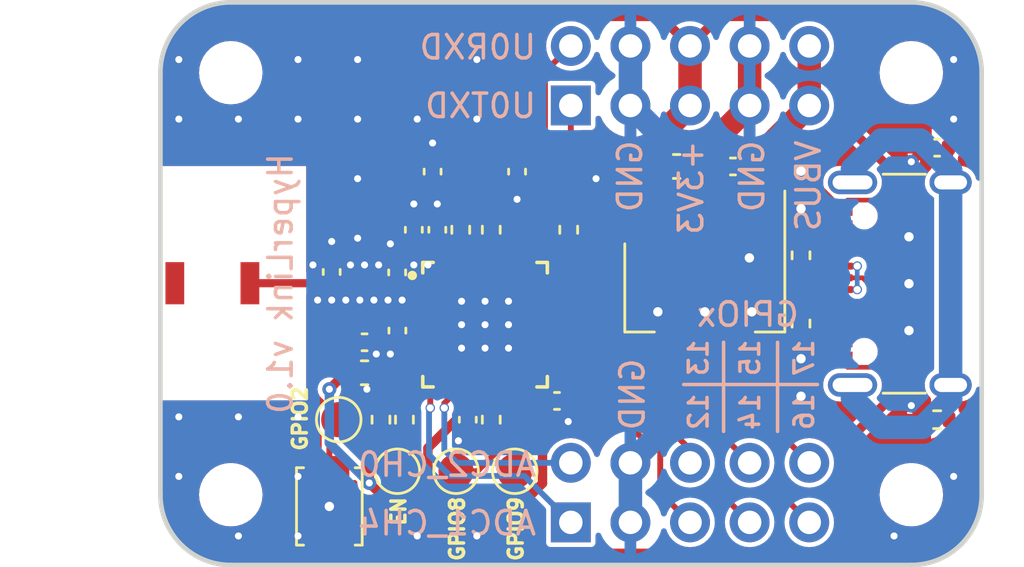
<source format=kicad_pcb>
(kicad_pcb (version 20221018) (generator pcbnew)
  (layers (0 "F.Cu" signal) (31 "B.Cu" signal) (34 "B.Paste" user) (35 "F.Paste" user) (36 "B.SilkS" user "B.Silkscreen") (37 "F.SilkS" user "F.Silkscreen") (38 "B.Mask" user) (39 "F.Mask" user) (44 "Edge.Cuts" user))
  (net 0 "")
  (net 1 "+3V3")
  (net 4 "VBUS")
  (net 5 "GND")
  (net 11 "/USB_D-")
  (net 12 "/USB_D+")
  (net 14 "/GPIO9")
  (net 15 "/GPIO2")
  (net 17 "/EN")
  (net 18 "/RF")
  (net 19 "/ANT")
  (net 20 "/SHIELD")
  (net 21 "/GPIO8")
  (net 22 "/XTAL_P")
  (net 23 "/XTAL_N")
  (net 24 "/XTAL_P_RES")
  (net 25 "/VDD3P3")
  (net 26 "/U0RXD")
  (net 27 "/U0TXD")
  (net 28 "/GPIO12")
  (net 29 "/GPIO13")
  (net 30 "/GPIO14")
  (net 31 "/GPIO15")
  (net 32 "/GPIO16")
  (net 33 "/GPIO17")
  (net 34 "/ADC1_CH4")
  (net 35 "/ADC2_CH0")
  (net 36 "/U0TXD_RES")
  (net 37 "/CC1")
  (net 38 "/CC2")
  (footprint "Resistor_SMD:R_0402_1005Metric" (layer "F.Cu") (at 146.3 80.790001 -90)
    (fp_text reference "R7" hide)
    (fp_text value "5k1" hide)
  )
  (footprint "TestPoint:TestPoint_Pad_D1.5mm" (layer "F.Cu") (at 126.6 87.8)
    (fp_text reference "TP4" hide)
    (fp_text value "GPIO2" hide)
  )
  (footprint "MountingHole:MountingHole_2.2mm_M2" (layer "F.Cu") (at 122 73)
    (fp_text reference "H3" hide)
    (fp_text value "MountingHole" hide)
  )
  (footprint "Resistor_SMD:R_0402_1005Metric" (layer "F.Cu") (at 129.4 87.8 90)
    (fp_text reference "R4" hide)
    (fp_text value "10k" hide)
  )
  (footprint "Capacitor_SMD:C_0402_1005Metric" (layer "F.Cu") (at 135.9 87)
    (fp_text reference "C2" hide)
    (fp_text value "100n" hide)
  )
  (footprint "MountingHole:MountingHole_2.2mm_M2" (layer "F.Cu") (at 151 73)
    (fp_text reference "H2" hide)
    (fp_text value "MountingHole" hide)
  )
  (footprint "Resistor_SMD:R_0402_1005Metric" (layer "F.Cu") (at 146.3 83.7 -90)
    (fp_text reference "R8" hide)
    (fp_text value "5k1" hide)
  )
  (footprint "Capacitor_SMD:C_0402_1005Metric" (layer "F.Cu") (at 130.6 77.22 90)
    (fp_text reference "C5" hide)
    (fp_text value "12pF" hide)
  )
  (footprint "TestPoint:TestPoint_Pad_D1.5mm" (layer "F.Cu") (at 134.1 90)
    (fp_text reference "TP2" hide)
    (fp_text value "GPIO9" hide)
  )
  (footprint "Capacitor_SMD:C_0603_1608Metric" (layer "F.Cu") (at 127.7 85.8)
    (fp_text reference "C18" hide)
    (fp_text value "10u" hide)
  )
  (footprint "Capacitor_SMD:C_0402_1005Metric" (layer "F.Cu") (at 126.3 81.5 90)
    (fp_text reference "C14" hide)
    (fp_text value "C" hide)
  )
  (footprint "Capacitor_SMD:C_0402_1005Metric" (layer "F.Cu") (at 130.8 79.7 90)
    (fp_text reference "C4" hide)
    (fp_text value "1u" hide)
  )
  (footprint "Capacitor_SMD:C_0402_1005Metric" (layer "F.Cu") (at 129.09 81.52 90)
    (fp_text reference "C1" hide)
    (fp_text value "C" hide)
  )
  (footprint "Inductor_SMD:L_0402_1005Metric" (layer "F.Cu") (at 127.7 81.95)
    (fp_text reference "L1" hide)
    (fp_text value "L" hide)
  )
  (footprint "Resistor_SMD:R_0402_1005Metric" (layer "F.Cu") (at 136.4 79.7 -90)
    (fp_text reference "R9" hide)
    (fp_text value "1k5" hide)
  )
  (footprint "Capacitor_SMD:C_0402_1005Metric" (layer "F.Cu") (at 134.2 77.22 -90)
    (fp_text reference "C6" hide)
    (fp_text value "12pF" hide)
  )
  (footprint "Inductor_SMD:L_0402_1005Metric" (layer "F.Cu") (at 127.7 83.5)
    (fp_text reference "L2" hide)
    (fp_text value "2n" hide)
  )
  (footprint "TestPoint:TestPoint_Pad_D1.5mm" (layer "F.Cu") (at 131.6 90)
    (fp_text reference "TP3" hide)
    (fp_text value "GPIO8" hide)
  )
  (footprint "Connector_USB:USB_C_Receptacle_GCT_USB4105-xx-A_16P_TopMnt_Horizontal" (layer "F.Cu") (at 151.6 82 90)
    (fp_text reference "J1" hide)
    (fp_text value "USB_C_Receptacle_USB2.0" hide)
  )
  (footprint "Capacitor_SMD:C_0402_1005Metric" (layer "F.Cu") (at 129.1 84 -90)
    (fp_text reference "C15" hide)
    (fp_text value "100n" hide)
  )
  (footprint "Capacitor_SMD:C_0402_1005Metric" (layer "F.Cu") (at 152.1 76.2 180)
    (fp_text reference "C11" hide)
    (fp_text value "C" hide)
  )
  (footprint "MountingHole:MountingHole_2.2mm_M2" (layer "F.Cu") (at 151 91)
    (fp_text reference "H1" hide)
    (fp_text value "MountingHole" hide)
  )
  (footprint "Connector_PinHeader_2.54mm:PinHeader_2x05_P2.54mm_Vertical" (layer "F.Cu") (at 136.49 92.18 90)
    (fp_text reference "J2" hide)
    (fp_text value "Conn_02x05_Odd_Even" hide)
  )
  (footprint "Connector_PinHeader_2.54mm:PinHeader_2x05_P2.54mm_Vertical" (layer "F.Cu") (at 136.49 74.4 90)
    (fp_text reference "J3" hide)
    (fp_text value "Conn_02x05_Odd_Even" hide)
  )
  (footprint "Capacitor_SMD:C_0402_1005Metric" (layer "F.Cu") (at 129.8 79.7 90)
    (fp_text reference "C3" hide)
    (fp_text value "10n" hide)
  )
  (footprint "Resistor_SMD:R_0402_1005Metric" (layer "F.Cu") (at 133.1 87.8 90)
    (fp_text reference "R2" hide)
    (fp_text value "10k" hide)
  )
  (footprint "Capacitor_SMD:C_0402_1005Metric" (layer "F.Cu") (at 143.4 77 180)
    (fp_text reference "C12" hide)
    (fp_text value "100n" hide)
  )
  (footprint "Resistor_SMD:R_0402_1005Metric" (layer "F.Cu") (at 128.4 87.8 90)
    (fp_text reference "R3" hide)
    (fp_text value "10k" hide)
  )
  (footprint "Resistor_SMD:R_0402_1005Metric" (layer "F.Cu") (at 131.8 79.7 -90)
    (fp_text reference "R6" hide)
    (fp_text value "0R" hide)
  )
  (footprint "encyclopedia_galactica:ABM11W-30.0000MHZ-7-D1X-T3" (layer "F.Cu") (at 132.400001 77.4 180)
    (fp_text reference "Y1" hide)
    (fp_text value "ABM11W-40.0000MHZ-8-B1U-T3" hide)
  )
  (footprint "Package_TO_SOT_SMD:SOT-223-3_TabPin2" (layer "F.Cu") (at 142.2 82.15 -90)
    (fp_text reference "U2" hide)
    (fp_text value "LM2937xMP" hide)
  )
  (footprint "Capacitor_SMD:C_0402_1005Metric" (layer "F.Cu") (at 132.1 87.8 -90)
    (fp_text reference "C17" hide)
    (fp_text value "100n" hide)
  )
  (footprint "MountingHole:MountingHole_2.2mm_M2" (layer "F.Cu") (at 122 91)
    (fp_text reference "H4" hide)
    (fp_text value "MountingHole" hide)
  )
  (footprint "encyclopedia_galactica:QFN32_5X5_EXP" (layer "F.Cu") (at 132.834851 83.7487)
    (fp_text reference "U1" hide)
    (fp_text value "ESP32-C3" hide)
  )
  (footprint "Capacitor_SMD:C_0402_1005Metric" (layer "F.Cu") (at 127.7 84.5)
    (fp_text reference "C16" hide)
    (fp_text value "100n" hide)
  )
  (footprint "TestPoint:TestPoint_Pad_D1.5mm" (layer "F.Cu") (at 129.1 90)
    (fp_text reference "TP1" hide)
    (fp_text value "EN" hide)
  )
  (footprint "Capacitor_SMD:C_0603_1608Metric" (layer "F.Cu") (at 141 77)
    (fp_text reference "C13" hide)
    (fp_text value "10u" hide)
  )
  (footprint "Button_Switch_SMD:SW_SPST_B3U-1000P" (layer "F.Cu") (at 126.2 91.5 90)
    (fp_text reference "SW1" hide)
    (fp_text value "SW_Push" hide)
  )
  (footprint "Resistor_SMD:R_0402_1005Metric" (layer "F.Cu") (at 152.1 87.8 180)
    (fp_text reference "R1" hide)
    (fp_text value "R" hide)
  )
  (footprint "encyclopedia_galactica:2108838-1" (layer "F.Cu") (at 118.715 81.98)
    (fp_text reference "AE1" hide)
    (fp_text value "2108838-1" hide)
  )
  (footprint "Resistor_SMD:R_0402_1005Metric" (layer "F.Cu") (at 133.1 79.7 -90)
    (fp_text reference "R5" hide)
    (fp_text value "500R" hide)
  )
  (gr_line (start 143 84.5) (end 143 88.3) (stroke (width 0.15)) (layer "B.SilkS"))
  (gr_line (start 145.3 84.5) (end 145.3 88.3) (stroke (width 0.15)) (layer "B.SilkS"))
  (gr_line (start 141.3 86.3) (end 147 86.3) (stroke (width 0.15)) (layer "B.SilkS"))
  (gr_line locked (start 122.000001 94) (end 151 94) (stroke (width 0.2)) (layer "Edge.Cuts"))
  (gr_arc locked (start 154.000002 91.000001) (mid 153.121322 93.121321) (end 151.000002 94.000001) (stroke (width 0.2)) (layer "Edge.Cuts"))
  (gr_line locked (start 119.000001 72.999999) (end 119 91) (stroke (width 0.2)) (layer "Edge.Cuts"))
  (gr_arc locked (start 151.000002 69.999999) (mid 153.121321 70.878679) (end 154.000002 72.999999) (stroke (width 0.2)) (layer "Edge.Cuts"))
  (gr_arc locked (start 122 94.000001) (mid 119.878673 93.121322) (end 119 91.000001) (stroke (width 0.2)) (layer "Edge.Cuts"))
  (gr_line locked (start 154.000003 73) (end 154.000002 91.000001) (stroke (width 0.2)) (layer "Edge.Cuts"))
  (gr_arc locked (start 119.000001 73) (mid 119.878674 70.878667) (end 122.000001 70) (stroke (width 0.2)) (layer "Edge.Cuts"))
  (gr_line locked (start 122.000001 70) (end 151 70) (stroke (width 0.2)) (layer "Edge.Cuts"))
  (gr_text "ADC1_CH4" (at 135.1 92.8) (layer "B.SilkS") (effects (font (size 1 1)) (justify left bottom mirror)))
  (gr_text "GND" (at 139.6 75.8 90) (layer "B.SilkS") (effects (font (size 1 1)) (justify left bottom mirror)))
  (gr_text "12" (at 142.4 86.6 90) (layer "B.SilkS") (effects (font (size 0.8 0.8)) (justify left bottom mirror)))
  (gr_text "GPIOx" (at 146.3 83.9) (layer "B.SilkS") (effects (font (size 1 1)) (justify left bottom mirror)))
  (gr_text "HyperLink v1.0" (at 124.7 76.35 90) (layer "B.SilkS") (effects (font (size 1 1)) (justify left bottom mirror)))
  (gr_text "17" (at 146.9 84.3 90) (layer "B.SilkS") (effects (font (size 0.8 0.8)) (justify left bottom mirror)))
  (gr_text "15" (at 144.6 84.3 90) (layer "B.SilkS") (effects (font (size 0.8 0.8)) (justify left bottom mirror)))
  (gr_text "13" (at 142.4 84.3 90) (layer "B.SilkS") (effects (font (size 0.8 0.8)) (justify left bottom mirror)))
  (gr_text "U0TXD" (at 135.1 75) (layer "B.SilkS") (effects (font (size 1 1)) (justify left bottom mirror)))
  (gr_text "16" (at 146.9 86.6 90) (layer "B.SilkS") (effects (font (size 0.8 0.8)) (justify left bottom mirror)))
  (gr_text "VBUS" (at 147.2 75.8 90) (layer "B.SilkS") (effects (font (size 1 1)) (justify left bottom mirror)))
  (gr_text "+3V3" (at 142.2 75.8 90) (layer "B.SilkS") (effects (font (size 1 1)) (justify left bottom mirror)))
  (gr_text "ADC2_CH0" (at 135.1 90.3) (layer "B.SilkS") (effects (font (size 1 1)) (justify left bottom mirror)))
  (gr_text "U0RXD" (at 135.1 72.5) (layer "B.SilkS") (effects (font (size 1 1)) (justify left bottom mirror)))
  (gr_text "GND" (at 139.7 85.1 90) (layer "B.SilkS") (effects (font (size 1 1)) (justify left bottom mirror)))
  (gr_text "14" (at 144.6 86.6 90) (layer "B.SilkS") (effects (font (size 0.8 0.8)) (justify left bottom mirror)))
  (gr_text "GND" (at 144.8 75.8 90) (layer "B.SilkS") (effects (font (size 1 1)) (justify left bottom mirror)))
  (gr_text "GPIO9" (at 134.5 93.9 90) (layer "F.SilkS") (effects (font (size 0.6 0.6)) (justify left bottom)))
  (gr_text "GPIO2" (at 125.3 89.2 90) (layer "F.SilkS") (effects (font (size 0.6 0.6)) (justify left bottom)))
  (gr_text "GPIO8" (at 132 93.9 90) (layer "F.SilkS") (effects (font (size 0.6 0.6)) (justify left bottom)))
  (gr_text "EN" (at 129.5 92.4 90) (layer "F.SilkS") (effects (font (size 0.6 0.6)) (justify left bottom)))
  (segment (start 132.11 87.32) (end 132.1 87.32) (width 0.4) (layer "F.Cu") (net 1))
  (segment (start 142.83 70.6) (end 147.325 70.6) (width 0.4) (layer "F.Cu") (net 1))
  (segment (start 132.08485 86.1974) (end 132.08485 87.30485) (width 0.4) (layer "F.Cu") (net 1))
  (segment (start 135.283551 90.516449) (end 133.878 91.922) (width 0.4) (layer "F.Cu") (net 1))
  (segment (start 126.9 85.8) (end 126.925 85.8) (width 0.4) (layer "F.Cu") (net 1))
  (segment (start 141.57 74.4) (end 139.9 76.07) (width 1) (layer "F.Cu") (net 1))
  (segment (start 130.4 89.009562) (end 130.4 91.2) (width 0.4) (layer "F.Cu") (net 1))
  (segment (start 130.8 80.515149) (end 130.8 80.18) (width 0.4) (layer "F.Cu") (net 1))
  (segment (start 126.2 86.5) (end 126.9 85.8) (width 0.4) (layer "F.Cu") (net 1))
  (segment (start 127.22 84.5) (end 127.22 85.505) (width 0.4) (layer "F.Cu") (net 1))
  (segment (start 132.2 70.6) (end 128.963 73.837) (width 0.4) (layer "F.Cu") (net 1))
  (segment (start 141.57 74.4) (end 141.57 71.86) (width 1) (layer "F.Cu") (net 1))
  (segment (start 139.9 76.07) (end 139.9 79) (width 1) (layer "F.Cu") (net 1))
  (segment (start 141.57 71.86) (end 140.31 70.6) (width 0.4) (layer "F.Cu") (net 1))
  (segment (start 139.1 79.8) (end 139.9 79) (width 0.4) (layer "F.Cu") (net 1))
  (segment (start 136.59 79.19) (end 137.2 79.8) (width 0.4) (layer "F.Cu") (net 1))
  (segment (start 127.22 85.505) (end 126.925 85.8) (width 0.4) (layer "F.Cu") (net 1))
  (segment (start 147.325 70.6) (end 148.2 71.475) (width 0.4) (layer "F.Cu") (net 1))
  (segment (start 136.4 79.19) (end 136.59 79.19) (width 0.4) (layer "F.Cu") (net 1))
  (segment (start 148.2 92.5) (end 147.2 93.5) (width 0.4) (layer "F.Cu") (net 1))
  (segment (start 135.283551 85.498699) (end 135.283551 90.516449) (width 0.4) (layer "F.Cu") (net 1))
  (segment (start 148.2 71.475) (end 148.2 75.2) (width 0.4) (layer "F.Cu") (net 1))
  (segment (start 131.084852 81.3) (end 131.1 81.3) (width 0.4) (layer "F.Cu") (net 1))
  (segment (start 127.9 90.5) (end 127.9 88.81) (width 0.4) (layer "F.Cu") (net 1))
  (segment (start 147.2 93.5) (end 135.456 93.5) (width 0.4) (layer "F.Cu") (net 1))
  (segment (start 127.9 90.5) (end 128.6 91.2) (width 0.4) (layer "F.Cu") (net 1))
  (segment (start 133.878 91.922) (end 133.156 91.2) (width 0.4) (layer "F.Cu") (net 1))
  (segment (start 141.57 71.86) (end 142.83 70.6) (width 0.4) (layer "F.Cu") (net 1))
  (segment (start 151.7 78.7) (end 151.7 85.3) (width 0.4) (layer "F.Cu") (net 1))
  (segment (start 128.963 73.837) (end 128.963 79.614471) (width 0.4) (layer "F.Cu") (net 1))
  (segment (start 131.1 81.3) (end 131.342425 81.057575) (width 0.4) (layer "F.Cu") (net 1))
  (segment (start 151.7 85.3) (end 148.2 88.8) (width 0.4) (layer "F.Cu") (net 1))
  (segment (start 128.6 91.2) (end 130.4 91.2) (width 0.4) (layer "F.Cu") (net 1))
  (segment (start 131.342425 81.057575) (end 130.8 80.515149) (width 0.4) (layer "F.Cu") (net 1))
  (segment (start 133.156 91.2) (end 130.4 91.2) (width 0.4) (layer "F.Cu") (net 1))
  (segment (start 130.8 80.18) (end 129.8 80.18) (width 0.4) (layer "F.Cu") (net 1))
  (segment (start 129.4 88.31) (end 128.4 88.31) (width 0.4) (layer "F.Cu") (net 1))
  (segment (start 127.215 84.495) (end 127.22 84.5) (width 0.4) (layer "F.Cu") (net 1))
  (segment (start 133.1 88.31) (end 132.11 87.32) (width 0.4) (layer "F.Cu") (net 1))
  (segment (start 132.1 87.32) (end 132.089562 87.32) (width 0.4) (layer "F.Cu") (net 1))
  (segment (start 129.528529 80.18) (end 129.8 80.18) (width 0.4) (layer "F.Cu") (net 1))
  (segment (start 140.31 70.6) (end 132.2 70.6) (width 0.4) (layer "F.Cu") (net 1))
  (segment (start 135.456 93.5) (end 133.878 91.922) (width 0.4) (layer "F.Cu") (net 1))
  (segment (start 128.963 79.614471) (end 129.528529 80.18) (width 0.4) (layer "F.Cu") (net 1))
  (segment (start 127.9 88.81) (end 128.4 88.31) (width 0.4) (layer "F.Cu") (net 1))
  (segment (start 148.2 75.2) (end 151.7 78.7) (width 0.4) (layer "F.Cu") (net 1))
  (segment (start 148.2 88.8) (end 148.2 92.5) (width 0.4) (layer "F.Cu") (net 1))
  (segment (start 127.215 83.5) (end 127.215 84.495) (width 0.4) (layer "F.Cu") (net 1))
  (segment (start 131.584851 81.3) (end 131.342425 81.057575) (width 0.4) (layer "F.Cu") (net 1))
  (segment (start 132.089562 87.32) (end 130.4 89.009562) (width 0.4) (layer "F.Cu") (net 1))
  (segment (start 137.2 79.8) (end 139.1 79.8) (width 0.4) (layer "F.Cu") (net 1))
  (segment (start 132.08485 87.30485) (end 132.1 87.32) (width 0.4) (layer "F.Cu") (net 1))
  (via (at 126.2 86.5) (size 0.6) (drill 0.3) (layers "F.Cu" "B.Cu") (net 1))
  (via (at 127.9 90.5) (size 0.6) (drill 0.3) (layers "F.Cu" "B.Cu") (net 1))
  (segment (start 127.9 90.5) (end 126.2 88.8) (width 0.4) (layer "B.Cu") (net 1))
  (segment (start 126.2 88.8) (end 126.2 86.5) (width 0.4) (layer "B.Cu") (net 1))
  (segment (start 147.92 84.4) (end 148.42434 84.4) (width 0.35) (layer "F.Cu") (net 4))
  (segment (start 149.597 80.77266) (end 148.42434 79.6) (width 0.35) (layer "F.Cu") (net 4))
  (segment (start 147.92 79.6) (end 145.1 79.6) (width 0.35) (layer "F.Cu") (net 4))
  (segment (start 148.42434 84.4) (end 149.597 83.22734) (width 0.35) (layer "F.Cu") (net 4))
  (segment (start 146.65 74.4) (end 144.5 76.55) (width 1) (layer "F.Cu") (net 4))
  (segment (start 149.597 83.22734) (end 149.597 80.77266) (width 0.35) (layer "F.Cu") (net 4))
  (segment (start 148.42434 79.6) (end 147.92 79.6) (width 0.35) (layer "F.Cu") (net 4))
  (segment (start 146.65 71.86) (end 146.65 74.4) (width 1) (layer "F.Cu") (net 4))
  (segment (start 144.5 76.55) (end 144.5 79) (width 1) (layer "F.Cu") (net 4))
  (segment (start 145.1 79.6) (end 144.5 79) (width 0.35) (layer "F.Cu") (net 4))
  (segment (start 149.334999 85.565) (end 150.9 83.999999) (width 0.2) (layer "F.Cu") (net 5))
  (segment (start 142.2 79) (end 142.2 79.704) (width 1) (layer "F.Cu") (net 5))
  (segment (start 148.285 78.435) (end 149.335001 78.435) (width 0.2) (layer "F.Cu") (net 5))
  (segment (start 130.8 79.22) (end 130.8 78.6) (width 0.4) (layer "F.Cu") (net 5))
  (segment (start 131.7 88.7) (end 132.1 88.3) (width 0.4) (layer "F.Cu") (net 5))
  (segment (start 147.92 78.8) (end 148.285 78.435) (width 0.2) (layer "F.Cu") (net 5))
  (segment (start 141.775 77) (end 142.92 77) (width 0.4) (layer "F.Cu") (net 5))
  (segment (start 128.2 84.52) (end 128.18 84.5) (width 0.4) (layer "F.Cu") (net 5))
  (segment (start 144.11 74.4) (end 144.11 71.86) (width 1) (layer "F.Cu") (net 5))
  (segment (start 131.590001 76.74) (end 131.763001 76.913) (width 0.2) (layer "F.Cu") (net 5))
  (segment (start 144.1 80.9) (end 145.899999 80.9) (width 0.4) (layer "F.Cu") (net 5))
  (segment (start 146.3 85.2) (end 147.92 85.2) (width 0.35) (layer "F.Cu") (net 5))
  (segment (start 146.3 85.2) (end 146.3 84.21) (width 0.4) (layer "F.Cu") (net 5))
  (segment (start 144.11 74.4) (end 142.2 76.31) (width 1) (layer "F.Cu") (net 5))
  (segment (start 130.6 76.74) (end 131.590001 76.74) (width 0.2) (layer "F.Cu") (net 5))
  (segment (start 128.8 80.75) (end 129.09 81.04) (width 0.4) (layer "F.Cu") (net 5))
  (segment (start 129.8 79.22) (end 129.8 78.6) (width 0.4) (layer "F.Cu") (net 5))
  (segment (start 147.92 85.2) (end 148.285 85.565) (width 0.2) (layer "F.Cu") (net 5))
  (segment (start 148.285 85.565) (end 149.334999 85.565) (width 0.2) (layer "F.Cu") (net 5))
  (segment (start 126.2 93.2) (end 126.2 91.5) (width 0.4) (layer "F.Cu") (net 5))
  (segment (start 128.2 85) (end 128.2 84.52) (width 0.4) (layer "F.Cu") (net 5))
  (segment (start 146.3 78.8) (end 147.92 78.8) (width 0.4) (layer "F.Cu") (net 5))
  (segment (start 147.92 85.2) (end 147.645 85.2) (width 0.4) (layer "F.Cu") (net 5))
  (segment (start 133.224001 77.7) (end 133.037001 77.887) (width 0.2) (layer "F.Cu") (net 5))
  (segment (start 146.3 86.545) (end 146.3 86.8) (width 0.4) (layer "F.Cu") (net 5))
  (segment (start 128.475 85.825) (end 128.475 85.8) (width 0.4) (layer "F.Cu") (net 5))
  (segment (start 134.2 78.4) (end 134.2 77.7) (width 0.4) (layer "F.Cu") (net 5))
  (segment (start 142.2 79.704) (end 143.396 80.9) (width 1) (layer "F.Cu") (net 5))
  (segment (start 147.645 85.2) (end 146.3 86.545) (width 0.4) (layer "F.Cu") (net 5))
  (segment (start 142.2 85.3) (end 142.2 83.2) (width 0.4) (layer "F.Cu") (net 5))
  (segment (start 126.3 80.2) (end 126.3 81.02) (width 0.4) (layer "F.Cu") (net 5))
  (segment (start 136.38 87.88) (end 136.38 87) (width 0.4) (layer "F.Cu") (net 5))
  (segment (start 147.895445 78.8) (end 146.3 77.204555) (width 0.4) (layer "F.Cu") (net 5))
  (segment (start 142.2 76.31) (end 142.2 79) (width 1) (layer "F.Cu") (net 5))
  (segment (start 151.59 87.8) (end 151.59 87.79) (width 0.4) (layer "F.Cu") (net 5))
  (segment (start 130.6 76) (end 130.6 76.7) (width 0.4) (layer "F.Cu") (net 5))
  (segment (start 145.899999 80.9) (end 146.3 81.300001) (width 0.4) (layer "F.Cu") (net 5))
  (segment (start 143.396 80.9) (end 144.1 80.9) (width 1) (layer "F.Cu") (net 5))
  (segment (start 146.3 77.204555) (end 146.3 77.2) (width 0.4) (layer "F.Cu") (net 5))
  (segment (start 127.8 86.5) (end 128.475 85.825) (width 0.4) (layer "F.Cu") (net 5))
  (segment (start 134.2 77.7) (end 133.224001 77.7) (width 0.2) (layer "F.Cu") (net 5))
  (segment (start 151.59 87.79) (end 151 87.2) (width 0.4) (layer "F.Cu") (net 5))
  (segment (start 151.6 76.2) (end 151 76.8) (width 0.4) (layer "F.Cu") (net 5))
  (segment (start 151.62 76.2) (end 151.6 76.2) (width 0.4) (layer "F.Cu") (net 5))
  (segment (start 149.335001 78.435) (end 150.9 79.999999) (width 0.2) (layer "F.Cu") (net 5))
  (segment (start 128.8 80.3) (end 128.8 80.75) (width 0.4) (layer "F.Cu") (net 5))
  (segment (start 128.799503 85) (end 128.799503 84.780497) (width 0.4) (layer "F.Cu") (net 5))
  (segment (start 147.92 78.8) (end 147.895445 78.8) (width 0.4) (layer "F.Cu") (net 5))
  (segment (start 128.799503 84.780497) (end 129.1 84.48) (width 0.4) (layer "F.Cu") (net 5))
  (segment (start 132.1 88.3) (end 132.1 88.28) (width 0.4) (layer "F.Cu") (net 5))
  (via (at 144.1 80.9) (size 0.9) (drill 0.4) (layers "F.Cu" "B.Cu") (net 5))
  (via (at 124.865 90.219999) (size 0.4) (drill 0.3) (layers "F.Cu" "B.Cu") (net 5))
  (via (at 150.265 92.759999) (size 0.4) (drill 0.3) (layers "F.Cu" "B.Cu") (net 5))
  (via (at 130.4 81.2) (size 0.4) (drill 0.3) (layers "F.Cu" "B.Cu") (net 5))
  (via (at 128.8 80.3) (size 0.4) (drill 0.3) (layers "F.Cu" "B.Cu") (net 5))
  (via (at 126.9 82.7) (size 0.4) (drill 0.3) (layers "F.Cu" "B.Cu") (net 5))
  (via (at 124.865 74.979999) (size 0.4) (drill 0.3) (layers "F.Cu" "B.Cu") (net 5))
  (via (at 129.8 81.2) (size 0.4) (drill 0.3) (layers "F.Cu" "B.Cu") (net 5))
  (via (at 124.865 72.439999) (size 0.4) (drill 0.3) (layers "F.Cu" "B.Cu") (net 5))
  (via (at 119.785 72.439999) (size 0.4) (drill 0.3) (layers "F.Cu" "B.Cu") (net 5))
  (via (at 128.1 82.7) (size 0.4) (drill 0.3) (layers "F.Cu" "B.Cu") (net 5))
  (via (at 122.325 92.759999) (size 0.4) (drill 0.3) (layers "F.Cu" "B.Cu") (net 5))
  (via (at 146.3 78.8) (size 0.9) (drill 0.4) (layers "F.Cu" "B.Cu") (net 5))
  (via (at 133.834851 84.7487) (size 0.4) (drill 0.3) (layers "F.Cu" "B.Cu") (net 5))
  (via (at 134.2 78.4) (size 0.4) (drill 0.3) (layers "F.Cu" "B.Cu") (net 5))
  (via (at 132.834851 83.7487) (size 0.4) (drill 0.3) (layers "F.Cu" "B.Cu") (net 5))
  (via (at 131.834851 84.7487) (size 0.4) (drill 0.3) (layers "F.Cu" "B.Cu") (net 5))
  (via (at 127.5 82.7) (size 0.4) (drill 0.3) (layers "F.Cu" "B.Cu") (net 5))
  (via (at 136.38 87.88) (size 0.6) (drill 0.3) (layers "F.Cu" "B.Cu") (net 5))
  (via (at 131.834851 83.7487) (size 0.4) (drill 0.3) (layers "F.Cu" "B.Cu") (net 5))
  (via (at 132.834851 82.7487) (size 0.4) (drill 0.3) (layers "F.Cu" "B.Cu") (net 5))
  (via (at 122.325 74.979999) (size 0.4) (drill 0.3) (layers "F.Cu" "B.Cu") (net 5))
  (via (at 124.865 92.759999) (size 0.4) (drill 0.3) (layers "F.Cu" "B.Cu") (net 5))
  (via (at 152.805 90.219999) (size 0.4) (drill 0.3) (layers "F.Cu" "B.Cu") (net 5))
  (via (at 130.6 76) (size 0.4) (drill 0.3) (layers "F.Cu" "B.Cu") (net 5))
  (via (at 142.2 83.2) (size 0.9) (drill 0.4) (layers "F.Cu" "B.Cu") (net 5))
  (via (at 124.865 87.679999) (size 0.4) (drill 0.3) (layers "F.Cu" "B.Cu") (net 5))
  (via (at 126.2 91.5) (size 0.9) (drill 0.4) (layers "F.Cu" "B.Cu") (net 5))
  (via (at 152.805 74.979999) (size 0.4) (drill 0.3) (layers "F.Cu" "B.Cu") (net 5))
  (via (at 128.799503 85) (size 0.4) (drill 0.3) (layers "F.Cu" "B.Cu") (net 5))
  (via (at 132.485 72.439999) (size 0.4) (drill 0.3) (layers "F.Cu" "B.Cu") (net 5))
  (via (at 133.834851 83.7487) (size 0.4) (drill 0.3) (layers "F.Cu" "B.Cu") (net 5))
  (via (at 132.485 74.979999) (size 0.4) (drill 0.3) (layers "F.Cu" "B.Cu") (net 5))
  (via (at 131.834851 82.7487) (size 0.4) (drill 0.3) (layers "F.Cu" "B.Cu") (net 5))
  (via (at 127.1 81.2) (size 0.4) (drill 0.3) (layers "F.Cu" "B.Cu") (net 5))
  (via (at 127.405 80.059999) (size 0.4) (drill 0.3) (layers "F.Cu" "B.Cu") (net 5))
  (via (at 152.805 72.439999) (size 0.4) (drill 0.3) (layers "F.Cu" "B.Cu") (net 5))
  (via (at 128.7 82.7) (size 0.4) (drill 0.3) (layers "F.Cu" "B.Cu") (net 5))
  (via (at 150.9 83.999999) (size 0.9) (drill 0.4) (layers "F.Cu" "B.Cu") (net 5))
  (via (at 150.9 79.999999) (size 0.9) (drill 0.4) (layers "F.Cu" "B.Cu") (net 5))
  (via (at 127.405 74.979999) (size 0.4) (drill 0.3) (layers "F.Cu" "B.Cu") (net 5))
  (via (at 146.3 77.2) (size 0.9) (drill 0.4) (layers "F.Cu" "B.Cu") (net 5))
  (via (at 129.8 78.6) (size 0.4) (drill 0.3) (layers "F.Cu" "B.Cu") (net 5))
  (via (at 127.405 72.439999) (size 0.4) (drill 0.3) (layers "F.Cu" "B.Cu") (net 5))
  (via (at 150.9 82) (size 0.9) (drill 0.4) (layers "F.Cu" "B.Cu") (net 5))
  (via (at 132.834851 84.7487) (size 0.4) (drill 0.3) (layers "F.Cu" "B.Cu") (net 5))
  (via (at 130.8 78.6) (size 0.4) (drill 0.3) (layers "F.Cu" "B.Cu") (net 5))
  (via (at 146.3 85.2) (size 0.9) (drill 0.4) (layers "F.Cu" "B.Cu") (net 5))
  (via (at 129.945 92.759999) (size 0.4) (drill 0.3) (layers "F.Cu" "B.Cu") (net 5))
  (via (at 125.7 82.7) (size 0.4) (drill 0.3) (layers "F.Cu" "B.Cu") (net 5))
  (via (at 140.199999 83.2) (size 0.9) (drill 0.4) (layers "F.Cu" "B.Cu") (net 5))
  (via (at 119.785 87.679999) (size 0.4) (drill 0.3) (layers "F.Cu" "B.Cu") (net 5))
  (via (at 128.2 85) (size 0.4) (drill 0.3) (layers "F.Cu" "B.Cu") (net 5))
  (via (at 129.3 82.7) (size 0.4) (drill 0.3) (layers "F.Cu" "B.Cu") (net 5))
  (via (at 126.3 80.2) (size 0.4) (drill 0.3) (layers "F.Cu" "B.Cu") (net 5))
  (via (at 144.199999 83.2) (size 0.9) (drill 0.4) (layers "F.Cu" "B.Cu") (net 5))
  (via (at 133.834851 82.7487) (size 0.4) (drill 0.3) (layers "F.Cu" "B.Cu") (net 5))
  (via (at 126.3 82.7) (size 0.4) (drill 0.3) (layers "F.Cu" "B.Cu") (net 5))
  (via (at 125.5 81.2) (size 0.4) (drill 0.3) (layers "F.Cu" "B.Cu") (net 5))
  (via (at 131.7 88.7) (size 0.4) (drill 0.3) (layers "F.Cu" "B.Cu") (net 5))
  (via (at 146.3 86.8) (size 0.9) (drill 0.4) (layers "F.Cu" "B.Cu") (net 5))
  (via (at 151 76.8) (size 0.6) (drill 0.3) (layers "F.Cu" "B.Cu") (net 5))
  (via (at 119.785 74.979999) (size 0.4) (drill 0.3) (layers "F.Cu" "B.Cu") (net 5))
  (via (at 127.405 77.519999) (size 0.4) (drill 0.3) (layers "F.Cu" "B.Cu") (net 5))
  (via (at 127.7 81.2) (size 0.4) (drill 0.3) (layers "F.Cu" "B.Cu") (net 5))
  (via (at 128.3 81.2) (size 0.4) (drill 0.3) (layers "F.Cu" "B.Cu") (net 5))
  (via (at 127.8 86.5) (size 0.6) (drill 0.3) (layers "F.Cu" "B.Cu") (net 5))
  (via (at 137.565 77.519999) (size 0.4) (drill 0.3) (layers "F.Cu" "B.Cu") (net 5))
  (via (at 119.785 90.219999) (size 0.4) (drill 0.3) (layers "F.Cu" "B.Cu") (net 5))
  (via (at 132.485 92.759999) (size 0.4) (drill 0.3) (layers "F.Cu" "B.Cu") (net 5))
  (via (at 122.325 87.679999) (size 0.4) (drill 0.3) (layers "F.Cu" "B.Cu") (net 5))
  (via (at 129.945 74.979999) (size 0.4) (drill 0.3) (layers "F.Cu" "B.Cu") (net 5))
  (via (at 151 87.2) (size 0.6) (drill 0.3) (layers "F.Cu" "B.Cu") (net 5))
  (segment (start 141.93 77.3) (end 139.03 74.4) (width 1) (layer "B.Cu") (net 5))
  (segment (start 144.8 77.3) (end 141.93 77.3) (width 1) (layer "B.Cu") (net 5))
  (segment (start 139.03 92.18) (end 139.03 89.64) (width 1) (layer "B.Cu") (net 5))
  (segment (start 151 79.899999) (end 150.9 79.999999) (width 0.4) (layer "B.Cu") (net 5))
  (segment (start 151 87.2) (end 151 84.099999) (width 0.4) (layer "B.Cu") (net 5))
  (segment (start 139.03 74.4) (end 139.03 71.86) (width 1) (layer "B.Cu") (net 5))
  (segment (start 143.47 85.2) (end 139.03 89.64) (width 1) (layer "B.Cu") (net 5))
  (segment (start 151 76.8) (end 151 79.899999) (width 0.4) (layer "B.Cu") (net 5))
  (segment (start 146.3 85.2) (end 143.47 85.2) (width 1) (layer "B.Cu") (net 5))
  (segment (start 151 84.099999) (end 150.9 83.999999) (width 0.4) (layer "B.Cu") (net 5))
  (segment (start 134.58485 81.3) (end 134.58485 80.81515) (width 0.2) (layer "F.Cu") (net 11))
  (segment (start 148.695 81.25) (end 147.92 81.25) (width 0.25) (layer "F.Cu") (net 11))
  (segment (start 140.627 80.727) (end 142.15 82.25) (width 0.2) (layer "F.Cu") (net 11))
  (segment (start 134.58485 80.81515) (end 134.673 80.727) (width 0.2) (layer "F.Cu") (net 11))
  (segment (start 134.673 80.727) (end 140.627 80.727) (width 0.2) (layer "F.Cu") (net 11))
  (segment (start 148.695 82.25) (end 147.92 82.25) (width 0.25) (layer "F.Cu") (net 11))
  (segment (start 142.15 82.25) (end 147.92 82.25) (width 0.2) (layer "F.Cu") (net 11))
  (via (at 148.695 81.25) (size 0.4) (drill 0.3) (layers "F.Cu" "B.Cu") (net 11))
  (via (at 148.695 82.25) (size 0.4) (drill 0.3) (layers "F.Cu" "B.Cu") (net 11))
  (segment (start 148.695 82.25) (end 148.695 81.25) (width 0.2) (layer "B.Cu") (net 11))
  (segment (start 149.195 82.02) (end 149.195 82.52) (width 0.2) (layer "F.Cu") (net 12))
  (segment (start 134.084851 80.721401) (end 134.084851 81.3) (width 0.2) (layer "F.Cu") (net 12))
  (segment (start 148.965 82.75) (end 147.92 82.75) (width 0.2) (layer "F.Cu") (net 12))
  (segment (start 148.925 81.75) (end 149.195 82.02) (width 0.2) (layer "F.Cu") (net 12))
  (segment (start 142.297001 81.797001) (end 140.8 80.3) (width 0.2) (layer "F.Cu") (net 12))
  (segment (start 147.92 81.75) (end 147.872999 81.797001) (width 0.2) (layer "F.Cu") (net 12))
  (segment (start 147.872999 81.797001) (end 142.297001 81.797001) (width 0.2) (layer "F.Cu") (net 12))
  (segment (start 140.8 80.3) (end 134.506252 80.3) (width 0.2) (layer "F.Cu") (net 12))
  (segment (start 147.92 81.75) (end 148.925 81.75) (width 0.2) (layer "F.Cu") (net 12))
  (segment (start 134.506252 80.3) (end 134.084851 80.721401) (width 0.2) (layer "F.Cu") (net 12))
  (segment (start 149.195 82.52) (end 148.965 82.75) (width 0.2) (layer "F.Cu") (net 12))
  (segment (start 134.084851 86.1974) (end 134.084851 87.351692) (width 0.25) (layer "F.Cu") (net 14))
  (segment (start 134.177 87.443841) (end 134.177 89.923) (width 0.25) (layer "F.Cu") (net 14))
  (segment (start 134.177 89.923) (end 134.1 90) (width 0.25) (layer "F.Cu") (net 14))
  (segment (start 134.084851 87.351692) (end 134.177 87.443841) (width 0.25) (layer "F.Cu") (net 14))
  (segment (start 126.2 88.2) (end 126.6 87.8) (width 0.25) (layer "F.Cu") (net 15))
  (segment (start 127.11 87.29) (end 126.6 87.8) (width 0.25) (layer "F.Cu") (net 15))
  (segment (start 128.4 87.29) (end 127.11 87.29) (width 0.25) (layer "F.Cu") (net 15))
  (segment (start 129.323 86.367) (end 128.4 87.29) (width 0.2) (layer "F.Cu") (net 15))
  (segment (start 126.2 89.8) (end 126.2 88.2) (width 0.25) (layer "F.Cu") (net 15))
  (segment (start 129.323 85.190703) (end 129.323 86.367) (width 0.2) (layer "F.Cu") (net 15))
  (segment (start 130.386151 84.498701) (end 130.015002 84.498701) (width 0.2) (layer "F.Cu") (net 15))
  (segment (start 130.015002 84.498701) (end 129.323 85.190703) (width 0.2) (layer "F.Cu") (net 15))
  (segment (start 129.947 89.153) (end 129.1 90) (width 0.2) (layer "F.Cu") (net 17))
  (segment (start 129.947 87.747) (end 129.947 89.153) (width 0.2) (layer "F.Cu") (net 17))
  (segment (start 129.977451 84.9987) (end 129.65 85.326151) (width 0.2) (layer "F.Cu") (net 17))
  (segment (start 130.386151 84.9987) (end 129.977451 84.9987) (width 0.2) (layer "F.Cu") (net 17))
  (segment (start 129.65 87.45) (end 129.947 87.747) (width 0.2) (layer "F.Cu") (net 17))
  (segment (start 129.65 85.326151) (end 129.65 87.45) (width 0.2) (layer "F.Cu") (net 17))
  (segment (start 127.185 81.98) (end 122.815 81.98) (width 0.35) (layer "F.Cu") (net 18))
  (segment (start 127.215 81.95) (end 127.185 81.98) (width 0.35) (layer "F.Cu") (net 18))
  (segment (start 128.2317 81.9967) (end 130.386151 81.9967) (width 0.35) (layer "F.Cu") (net 19))
  (segment (start 128.185 81.95) (end 128.2317 81.9967) (width 0.35) (layer "F.Cu") (net 19))
  (segment (start 152.61 87.8) (end 152.61 86.385) (width 0.4) (layer "F.Cu") (net 20))
  (segment (start 152.61 86.385) (end 152.675 86.32) (width 0.4) (layer "F.Cu") (net 20))
  (segment (start 152.58 76.2) (end 152.58 77.585) (width 0.4) (layer "F.Cu") (net 20))
  (segment (start 152.58 77.585) (end 152.675 77.68) (width 0.4) (layer "F.Cu") (net 20))
  (segment (start 148.495 77.105) (end 149.727 75.873) (width 1) (layer "B.Cu") (net 20))
  (segment (start 151.383976 75.873) (end 152.675 77.164024) (width 1) (layer "B.Cu") (net 20))
  (segment (start 148.495 86.32) (end 148.495 86.895) (width 1) (layer "B.Cu") (net 20))
  (segment (start 149.727 75.873) (end 151.383976 75.873) (width 1) (layer "B.Cu") (net 20))
  (segment (start 149.727 88.127) (end 151.473 88.127) (width 1) (layer "B.Cu") (net 20))
  (segment (start 152.675 77.164024) (end 152.675 77.68) (width 1) (layer "B.Cu") (net 20))
  (segment (start 148.495 86.895) (end 149.727 88.127) (width 1) (layer "B.Cu") (net 20))
  (segment (start 152.675 86.32) (end 152.675 77.68) (width 1) (layer "B.Cu") (net 20))
  (segment (start 148.495 77.68) (end 148.495 77.105) (width 1) (layer "B.Cu") (net 20))
  (segment (start 152.675 86.925) (end 152.675 86.32) (width 1) (layer "B.Cu") (net 20))
  (segment (start 151.473 88.127) (end 152.675 86.925) (width 1) (layer "B.Cu") (net 20))
  (segment (start 133.584852 87.384852) (end 133.584852 86.1974) (width 0.25) (layer "F.Cu") (net 21))
  (segment (start 133.8 88.7) (end 133.8 87.6) (width 0.25) (layer "F.Cu") (net 21))
  (segment (start 133.1 87.29) (end 133.49 87.29) (width 0.25) (layer "F.Cu") (net 21))
  (segment (start 131.6 90) (end 132.5 90) (width 0.25) (layer "F.Cu") (net 21))
  (segment (start 133.49 87.29) (end 133.584852 87.384852) (width 0.25) (layer "F.Cu") (net 21))
  (segment (start 132.5 90) (end 133.8 88.7) (width 0.25) (layer "F.Cu") (net 21))
  (segment (start 133.8 87.6) (end 133.584852 87.384852) (width 0.25) (layer "F.Cu") (net 21))
  (segment (start 131.8 79.19) (end 131.8 77.923999) (width 0.2) (layer "F.Cu") (net 22))
  (segment (start 130.6 77.7) (end 131.576001 77.7) (width 0.2) (layer "F.Cu") (net 22))
  (segment (start 131.576001 77.7) (end 131.763001 77.887) (width 0.2) (layer "F.Cu") (net 22))
  (segment (start 131.8 77.923999) (end 131.763001 77.887) (width 0.2) (layer "F.Cu") (net 22))
  (segment (start 134.2 76.74) (end 133.210001 76.74) (width 0.2) (layer "F.Cu") (net 23))
  (segment (start 132.578 78.578) (end 132.4 78.4) (width 0.15) (layer "F.Cu") (net 23))
  (segment (start 133.210001 76.74) (end 133.037001 76.913) (width 0.2) (layer "F.Cu") (net 23))
  (segment (start 132.4 77.349001) (end 132.836001 76.913) (width 0.15) (layer "F.Cu") (net 23))
  (segment (start 132.836001 76.913) (end 133.037001 76.913) (width 0.15) (layer "F.Cu") (net 23))
  (segment (start 132.4 78.4) (end 132.4 77.349001) (width 0.15) (layer "F.Cu") (net 23))
  (segment (start 132.584851 81.3) (end 132.578 81.293149) (width 0.15) (layer "F.Cu") (net 23))
  (segment (start 132.578 81.293149) (end 132.578 78.578) (width 0.15) (layer "F.Cu") (net 23))
  (segment (start 132.08485 80.69485) (end 131.6 80.21) (width 0.25) (layer "F.Cu") (net 24))
  (segment (start 132.08485 81.3) (end 132.08485 80.69485) (width 0.25) (layer "F.Cu") (net 24))
  (segment (start 128.185 83.5) (end 129.08 83.5) (width 0.4) (layer "F.Cu") (net 25))
  (segment (start 129.898699 82.998699) (end 129.892425 82.992425) (width 0.4) (layer "F.Cu") (net 25))
  (segment (start 130.386151 82.4987) (end 129.892425 82.992425) (width 0.4) (layer "F.Cu") (net 25))
  (segment (start 130.386151 82.998699) (end 129.898699 82.998699) (width 0.4) (layer "F.Cu") (net 25))
  (segment (start 129.08 83.5) (end 129.1 83.52) (width 0.4) (layer "F.Cu") (net 25))
  (segment (start 129.364851 83.52) (end 129.1 83.52) (width 0.4) (layer "F.Cu") (net 25))
  (segment (start 129.892425 82.992425) (end 129.364851 83.52) (width 0.4) (layer "F.Cu") (net 25))
  (segment (start 133.584852 80.615148) (end 136.49 77.71) (width 0.25) (layer "F.Cu") (net 26))
  (segment (start 133.584852 81.3) (end 133.584852 80.615148) (width 0.25) (layer "F.Cu") (net 26))
  (segment (start 136.49 77.71) (end 136.49 74.4) (width 0.25) (layer "F.Cu") (net 26))
  (segment (start 135.388 78.012) (end 135.388 72.962) (width 0.25) (layer "F.Cu") (net 27))
  (segment (start 135.388 72.962) (end 136.49 71.86) (width 0.25) (layer "F.Cu") (net 27))
  (segment (start 134.21 79.19) (end 135.388 78.012) (width 0.25) (layer "F.Cu") (net 27))
  (segment (start 133.1 79.19) (end 134.21 79.19) (width 0.25) (layer "F.Cu") (net 27))
  (segment (start 140.3 89.1) (end 140.3 90.91) (width 0.25) (layer "F.Cu") (net 28))
  (segment (start 139.588209 88.654) (end 139.854 88.654) (width 0.25) (layer "F.Cu") (net 28))
  (segment (start 139.854 88.654) (end 140.3 89.1) (width 0.25) (layer "F.Cu") (net 28))
  (segment (start 140.3 90.91) (end 141.57 92.18) (width 0.25) (layer "F.Cu") (net 28))
  (segment (start 135.283551 84.498701) (end 136.782385 84.498701) (width 0.25) (layer "F.Cu") (net 28))
  (segment (start 137.1 86.165791) (end 139.588209 88.654) (width 0.25) (layer "F.Cu") (net 28))
  (segment (start 136.782385 84.498701) (end 137.1 84.816316) (width 0.25) (layer "F.Cu") (net 28))
  (segment (start 137.1 84.816316) (end 137.1 86.165791) (width 0.25) (layer "F.Cu") (net 28))
  (segment (start 141.57 89.07) (end 141.57 89.64) (width 0.25) (layer "F.Cu") (net 29))
  (segment (start 140.777 88.277) (end 141.57 89.07) (width 0.25) (layer "F.Cu") (net 29))
  (segment (start 135.283551 83.9987) (end 136.815542 83.9987) (width 0.25) (layer "F.Cu") (net 29))
  (segment (start 136.815542 83.9987) (end 137.492 84.675158) (width 0.25) (layer "F.Cu") (net 29))
  (segment (start 137.492 86.024635) (end 139.744367 88.277) (width 0.25) (layer "F.Cu") (net 29))
  (segment (start 139.744367 88.277) (end 140.777 88.277) (width 0.25) (layer "F.Cu") (net 29))
  (segment (start 137.492 84.675158) (end 137.492 86.024635) (width 0.25) (layer "F.Cu") (net 29))
  (segment (start 142.9 89.1) (end 142.9 90.97) (width 0.25) (layer "F.Cu") (net 30))
  (segment (start 136.8487 83.4987) (end 137.869 84.519) (width 0.25) (layer "F.Cu") (net 30))
  (segment (start 142.9 90.97) (end 144.11 92.18) (width 0.25) (layer "F.Cu") (net 30))
  (segment (start 139.900525 87.9) (end 141.7 87.9) (width 0.25) (layer "F.Cu") (net 30))
  (segment (start 137.869 84.519) (end 137.869 85.868476) (width 0.25) (layer "F.Cu") (net 30))
  (segment (start 137.869 85.868476) (end 139.900525 87.9) (width 0.25) (layer "F.Cu") (net 30))
  (segment (start 141.7 87.9) (end 142.9 89.1) (width 0.25) (layer "F.Cu") (net 30))
  (segment (start 135.283551 83.4987) (end 136.8487 83.4987) (width 0.25) (layer "F.Cu") (net 30))
  (segment (start 138.246 85.712317) (end 140.033683 87.5) (width 0.25) (layer "F.Cu") (net 31))
  (segment (start 141.97 87.5) (end 144.11 89.64) (width 0.25) (layer "F.Cu") (net 31))
  (segment (start 135.283551 82.998699) (end 136.881857 82.998699) (width 0.25) (layer "F.Cu") (net 31))
  (segment (start 138.246 84.362842) (end 138.246 85.712317) (width 0.25) (layer "F.Cu") (net 31))
  (segment (start 140.033683 87.5) (end 141.97 87.5) (width 0.25) (layer "F.Cu") (net 31))
  (segment (start 136.881857 82.998699) (end 138.246 84.362842) (width 0.25) (layer "F.Cu") (net 31))
  (segment (start 143.477 87.077) (end 145.4 89) (width 0.25) (layer "F.Cu") (net 32))
  (segment (start 135.283551 82.4987) (end 136.931858 82.4987) (width 0.25) (layer "F.Cu") (net 32))
  (segment (start 145.4 90.93) (end 146.65 92.18) (width 0.25) (layer "F.Cu") (net 32))
  (segment (start 138.623 85.556158) (end 140.143842 87.077) (width 0.25) (layer "F.Cu") (net 32))
  (segment (start 138.623 84.189842) (end 138.623 85.556158) (width 0.25) (layer "F.Cu") (net 32))
  (segment (start 140.143842 87.077) (end 143.477 87.077) (width 0.25) (layer "F.Cu") (net 32))
  (segment (start 136.931858 82.4987) (end 138.623 84.189842) (width 0.25) (layer "F.Cu") (net 32))
  (segment (start 145.4 89) (end 145.4 90.93) (width 0.25) (layer "F.Cu") (net 32))
  (segment (start 136.965017 81.998701) (end 139 84.033684) (width 0.25) (layer "F.Cu") (net 33))
  (segment (start 139 84.033684) (end 139 85.4) (width 0.25) (layer "F.Cu") (net 33))
  (segment (start 143.71 86.7) (end 146.65 89.64) (width 0.25) (layer "F.Cu") (net 33))
  (segment (start 139 85.4) (end 140.3 86.7) (width 0.25) (layer "F.Cu") (net 33))
  (segment (start 135.283551 81.998701) (end 136.965017 81.998701) (width 0.25) (layer "F.Cu") (net 33))
  (segment (start 140.3 86.7) (end 143.71 86.7) (width 0.25) (layer "F.Cu") (net 33))
  (segment (start 130.5 87.3) (end 130.5 86.782252) (width 0.25) (layer "F.Cu") (net 34))
  (segment (start 130.5 86.782252) (end 131.084852 86.1974) (width 0.25) (layer "F.Cu") (net 34))
  (via (at 130.5 87.3) (size 0.4) (drill 0.3) (layers "F.Cu" "B.Cu") (net 34))
  (segment (start 130.448 89.298) (end 131.35 90.2) (width 0.25) (layer "B.Cu") (net 34))
  (segment (start 130.448 87.352) (end 130.448 89.298) (width 0.25) (layer "B.Cu") (net 34))
  (segment (start 130.5 87.3) (end 130.448 87.352) (width 0.25) (layer "B.Cu") (net 34))
  (segment (start 134.51 90.2) (end 136.49 92.18) (width 0.25) (layer "B.Cu") (net 34))
  (segment (start 131.35 90.2) (end 134.51 90.2) (width 0.25) (layer "B.Cu") (net 34))
  (segment (start 131.099503 87.3) (end 131.099503 87.100248) (width 0.25) (layer "F.Cu") (net 35))
  (segment (start 131.099503 87.100248) (end 131.584851 86.6149) (width 0.25) (layer "F.Cu") (net 35))
  (segment (start 131.584851 86.6149) (end 131.584851 86.1974) (width 0.25) (layer "F.Cu") (net 35))
  (via (at 131.099503 87.3) (size 0.4) (drill 0.3) (layers "F.Cu" "B.Cu") (net 35))
  (segment (start 131.099503 87.3) (end 131.099503 89.099503) (width 0.25) (layer "B.Cu") (net 35))
  (segment (start 131.64 89.64) (end 136.49 89.64) (width 0.25) (layer "B.Cu") (net 35))
  (segment (start 131.099503 89.099503) (end 131.64 89.64) (width 0.25) (layer "B.Cu") (net 35))
  (segment (start 133.084851 81.3) (end 133.084851 80.365149) (width 0.25) (layer "F.Cu") (net 36))
  (segment (start 146.36 83.25) (end 146.3 83.19) (width 0.25) (layer "F.Cu") (net 37))
  (segment (start 147.92 83.25) (end 146.36 83.25) (width 0.25) (layer "F.Cu") (net 37))
  (segment (start 146.330001 80.25) (end 146.3 80.280001) (width 0.25) (layer "F.Cu") (net 38))
  (segment (start 147.92 80.25) (end 146.330001 80.25) (width 0.25) (layer "F.Cu") (net 38))
  (zone locked (net 5) (net_name "GND") (layer "F.Cu") (priority 2) (connect_pads (clearance 0.2)) (min_thickness 0.25) (fill yes (thermal_gap 0.5) (thermal_bridge_width 0.5))
    (polygon (pts (xy 119 76.98) (xy 119 70) (xy 154 70) (xy 154 94) (xy 119 94) (xy 119 86.98) (xy 125.215 86.98) (xy 125.215 76.98)))
  )
  (zone (net 5) (net_name "GND") (layer "B.Cu") (connect_pads (clearance 0.2)) (min_thickness 0.25) (fill yes (thermal_gap 0.5) (thermal_bridge_width 0.5))
    (polygon (pts (xy 119 70) (xy 154 70) (xy 154 94) (xy 119 94)))
  )
)
</source>
